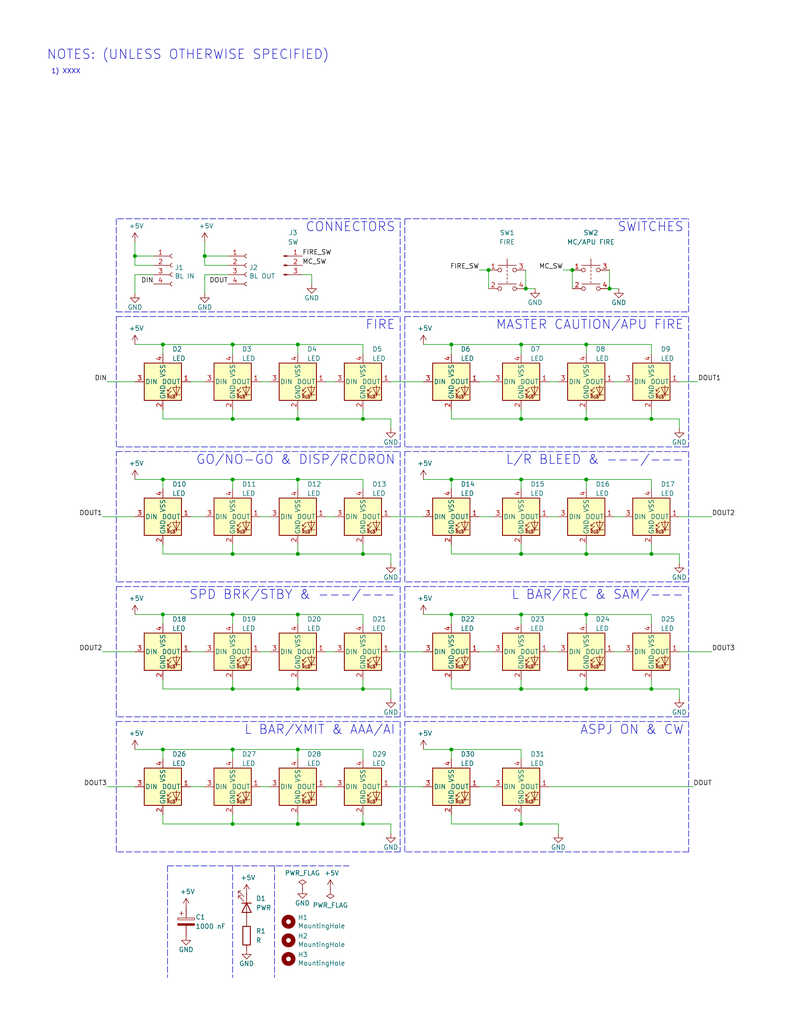
<source format=kicad_sch>
(kicad_sch (version 20211123) (generator eeschema)
  (paper "A" portrait)
  (lib_symbols
    (symbol "Connector:Conn_01x03_Male" (pin_names (offset 1.016) hide)
      (property "Reference" "J" (at 0 5.08 0))
      (property "Value" "Conn_01x03_Male" (at 0 -5.08 0))
      (symbol "Conn_01x03_Male_1_1"
        (polyline (pts (xy 1.27 -2.54) (xy 0.8636 -2.54)) (stroke (width 0.1524)))
        (polyline (pts (xy 1.27 0) (xy 0.8636 0)) (stroke (width 0.1524)))
        (polyline (pts (xy 1.27 2.54) (xy 0.8636 2.54)) (stroke (width 0.1524)))
        (rectangle (start 0.8636 -2.413) (end 0 -2.667) (stroke (width 0.1524)) (fill (type outline)))
        (rectangle (start 0.8636 0.127) (end 0 -0.127) (stroke (width 0.1524)) (fill (type outline)))
        (rectangle (start 0.8636 2.667) (end 0 2.413) (stroke (width 0.1524)) (fill (type outline)))
        (pin passive line (at 5.08 2.54 180) (length 3.81) (name "Pin_1") (number "1"))
        (pin passive line (at 5.08 0 180) (length 3.81) (name "Pin_2") (number "2"))
        (pin passive line (at 5.08 -2.54 180) (length 3.81) (name "Pin_3") (number "3"))
      )
    )
    (symbol "Connector:Conn_01x04_Female" (pin_names (offset 1.016) hide)
      (property "Reference" "J" (at 0 5.08 0))
      (property "Value" "Conn_01x04_Female" (at 0 -7.62 0))
      (symbol "Conn_01x04_Female_1_1"
        (arc (start 0 -4.572) (mid -0.508 -5.08) (end 0 -5.588) (stroke (width 0.1524)))
        (arc (start 0 -2.032) (mid -0.508 -2.54) (end 0 -3.048) (stroke (width 0.1524)))
        (polyline (pts (xy -1.27 -5.08) (xy -0.508 -5.08)) (stroke (width 0.1524)))
        (polyline (pts (xy -1.27 -2.54) (xy -0.508 -2.54)) (stroke (width 0.1524)))
        (polyline (pts (xy -1.27 0) (xy -0.508 0)) (stroke (width 0.1524)))
        (polyline (pts (xy -1.27 2.54) (xy -0.508 2.54)) (stroke (width 0.1524)))
        (arc (start 0 0.508) (mid -0.508 0) (end 0 -0.508) (stroke (width 0.1524)))
        (arc (start 0 3.048) (mid -0.508 2.54) (end 0 2.032) (stroke (width 0.1524)))
        (pin passive line (at -5.08 2.54 0) (length 3.81) (name "Pin_1") (number "1"))
        (pin passive line (at -5.08 0 0) (length 3.81) (name "Pin_2") (number "2"))
        (pin passive line (at -5.08 -2.54 0) (length 3.81) (name "Pin_3") (number "3"))
        (pin passive line (at -5.08 -5.08 0) (length 3.81) (name "Pin_4") (number "4"))
      )
    )
    (symbol "Device:LED" (pin_numbers hide) (pin_names (offset 1.016) hide)
      (property "Reference" "D" (at 0 2.54 0))
      (property "Value" "LED" (at 0 -2.54 0))
      (symbol "LED_0_1"
        (polyline (pts (xy -1.27 -1.27) (xy -1.27 1.27)) (stroke (width 0.254)))
        (polyline (pts (xy -1.27 0) (xy 1.27 0)))
        (polyline (pts (xy 1.27 -1.27) (xy 1.27 1.27) (xy -1.27 0) (xy 1.27 -1.27)) (stroke (width 0.254)))
        (polyline (pts (xy -3.048 -0.762) (xy -4.572 -2.286) (xy -3.81 -2.286) (xy -4.572 -2.286) (xy -4.572 -1.524)))
        (polyline (pts (xy -1.778 -0.762) (xy -3.302 -2.286) (xy -2.54 -2.286) (xy -3.302 -2.286) (xy -3.302 -1.524)))
      )
      (symbol "LED_1_1"
        (pin passive line (at -3.81 0 0) (length 2.54) (name "K") (number "1"))
        (pin passive line (at 3.81 0 180) (length 2.54) (name "A") (number "2"))
      )
    )
    (symbol "Device:R" (pin_numbers hide) (pin_names (offset 0))
      (property "Reference" "R" (at 2.032 0 90))
      (property "Value" "R" (at 0 0 90))
      (symbol "R_0_1"
        (rectangle (start -1.016 -2.54) (end 1.016 2.54) (stroke (width 0.254)))
      )
      (symbol "R_1_1"
        (pin passive line (at 0 3.81 270) (length 1.27) (name "~") (number "1"))
        (pin passive line (at 0 -3.81 90) (length 1.27) (name "~") (number "2"))
      )
    )
    (symbol "EYEBROW-WARNING-INDICATOR_LEFT-rescue:CP-Device-ewi_v3-rescue" (pin_numbers hide) (pin_names (offset 0.254))
      (property "Reference" "C" (at 0.635 2.54 0))
      (property "Value" "CP-Device-ewi_v3-rescue" (at 0.635 -2.54 0))
      (symbol "CP-Device-ewi_v3-rescue_0_1"
        (rectangle (start -2.286 0.508) (end 2.286 1.016))
        (polyline (pts (xy -1.778 2.286) (xy -0.762 2.286)))
        (polyline (pts (xy -1.27 2.794) (xy -1.27 1.778)))
        (rectangle (start 2.286 -0.508) (end -2.286 -1.016) (fill (type outline)))
      )
      (symbol "CP-Device-ewi_v3-rescue_1_1"
        (pin passive line (at 0 3.81 270) (length 2.794) (name "~") (number "1"))
        (pin passive line (at 0 -3.81 90) (length 2.794) (name "~") (number "2"))
      )
    )
    (symbol "EYEBROW-WARNING-INDICATOR_LEFT-rescue:Omron_B3F-1026-KiCadCustomLib" (pin_names (offset 1.016) hide)
      (property "Reference" "SW" (at 1.27 2.54 0))
      (property "Value" "Omron_B3F-1026-KiCadCustomLib" (at 0 -6.858 0))
      (symbol "Omron_B3F-1026-KiCadCustomLib_0_1"
        (circle (center -2.032 -5.08) (radius 0.508))
        (circle (center -2.032 0) (radius 0.508))
        (polyline (pts (xy 0 -3.048) (xy 0 -3.556)))
        (polyline (pts (xy 0 -2.032) (xy 0 -2.54)))
        (polyline (pts (xy 0 -1.524) (xy 0 -1.016)))
        (polyline (pts (xy 0 -0.508) (xy 0 0)))
        (polyline (pts (xy 0 0.508) (xy 0 1.016)))
        (polyline (pts (xy 0 1.27) (xy 0 3.048)))
        (polyline (pts (xy 2.54 -3.81) (xy -2.54 -3.81)))
        (polyline (pts (xy 2.54 1.27) (xy -2.54 1.27)))
        (circle (center 2.032 -5.08) (radius 0.508))
        (circle (center 2.032 0) (radius 0.508))
        (pin passive line (at -5.08 0 0) (length 2.54) (name "1") (number "1"))
        (pin passive line (at -5.08 -5.08 0) (length 2.54) (name "2") (number "2"))
        (pin passive line (at 5.08 0 180) (length 2.54) (name "3") (number "3"))
        (pin passive line (at 5.08 -5.08 180) (length 2.54) (name "4") (number "4"))
      )
    )
    (symbol "EYEBROW-WARNING-INDICATOR_LEFT-rescue:WS2812B-2020-KiCadCustomLib" (pin_names (offset 0.254))
      (property "Reference" "D" (at 5.08 5.715 0))
      (property "Value" "WS2812B-2020-KiCadCustomLib" (at 1.27 -5.715 0))
      (symbol "WS2812B-2020-KiCadCustomLib_0_0"
        (text "RGB" (at 2.286 -4.191 0) (effects (font (size 0.762 0.762))))
      )
      (symbol "WS2812B-2020-KiCadCustomLib_0_1"
        (polyline (pts (xy 1.27 -3.556) (xy 1.778 -3.556)))
        (polyline (pts (xy 1.27 -2.54) (xy 1.778 -2.54)))
        (polyline (pts (xy 4.699 -3.556) (xy 2.667 -3.556)))
        (polyline (pts (xy 2.286 -2.54) (xy 1.27 -3.556) (xy 1.27 -3.048)))
        (polyline (pts (xy 2.286 -1.524) (xy 1.27 -2.54) (xy 1.27 -2.032)))
        (polyline (pts (xy 3.683 -1.016) (xy 3.683 -3.556) (xy 3.683 -4.064)))
        (polyline (pts (xy 4.699 -1.524) (xy 2.667 -1.524) (xy 3.683 -3.556) (xy 4.699 -1.524)))
        (rectangle (start 5.08 5.08) (end -5.08 -5.08) (stroke (width 0.254)) (fill (type background)))
      )
      (symbol "WS2812B-2020-KiCadCustomLib_1_1"
        (pin output line (at 7.62 0 180) (length 2.54) (name "DOUT") (number "1"))
        (pin power_in line (at 0 -7.62 90) (length 2.54) (name "GND") (number "2"))
        (pin input line (at -7.62 0 0) (length 2.54) (name "DIN") (number "3"))
        (pin power_in line (at 0 7.62 270) (length 2.54) (name "VSS") (number "4"))
      )
    )
    (symbol "Mechanical:MountingHole" (pin_names (offset 1.016))
      (property "Reference" "H" (at 0 5.08 0))
      (property "Value" "MountingHole" (at 0 3.175 0))
      (symbol "MountingHole_0_1"
        (circle (center 0 0) (radius 1.27) (stroke (width 1.27)))
      )
    )
    (symbol "power:+5V" (power) (pin_names (offset 0))
      (property "Value" "+5V" (at 0 3.556 0))
      (symbol "+5V_0_1"
        (polyline (pts (xy -0.762 1.27) (xy 0 2.54)))
        (polyline (pts (xy 0 0) (xy 0 2.54)))
        (polyline (pts (xy 0 2.54) (xy 0.762 1.27)))
      )
      (symbol "+5V_1_1"
        (pin power_in line (at 0 0 90) (length 0) hide (name "+5V") (number "1"))
      )
    )
    (symbol "power:GND" (power) (pin_names (offset 0))
      (property "Value" "GND" (at 0 -3.81 0))
      (symbol "GND_0_1"
        (polyline (pts (xy 0 0) (xy 0 -1.27) (xy 1.27 -1.27) (xy 0 -2.54) (xy -1.27 -1.27) (xy 0 -1.27)))
      )
      (symbol "GND_1_1"
        (pin power_in line (at 0 0 270) (length 0) hide (name "GND") (number "1"))
      )
    )
    (symbol "power:PWR_FLAG" (power) (pin_numbers hide) (pin_names (offset 0) hide)
      (property "Value" "PWR_FLAG" (at 0 3.81 0))
      (symbol "PWR_FLAG_0_0"
        (pin power_out line (at 0 0 90) (length 0) (name "pwr") (number "1"))
      )
      (symbol "PWR_FLAG_0_1"
        (polyline (pts (xy 0 0) (xy 0 1.27) (xy -1.016 1.905) (xy 0 2.54) (xy 1.016 1.905) (xy 0 1.27)))
      )
    )
  )
  (junction (at 81.28 93.98))
  (junction (at 99.06 224.79))
  (junction (at 81.28 167.64))
  (junction (at 142.24 224.79))
  (junction (at 160.02 151.13))
  (junction (at 133.35 73.66))
  (junction (at 160.02 93.98))
  (junction (at 123.19 130.81))
  (junction (at 123.19 204.47))
  (junction (at 177.8 187.96))
  (junction (at 63.5 130.81))
  (junction (at 160.02 114.3))
  (junction (at 44.45 93.98))
  (junction (at 142.24 93.98))
  (junction (at 99.06 114.3))
  (junction (at 142.24 167.64))
  (junction (at 160.02 167.64))
  (junction (at 63.5 114.3))
  (junction (at 44.45 130.81))
  (junction (at 81.28 204.47))
  (junction (at 63.5 151.13))
  (junction (at 81.28 151.13))
  (junction (at 142.24 151.13))
  (junction (at 166.37 78.74))
  (junction (at 142.24 114.3))
  (junction (at 142.24 130.81))
  (junction (at 36.83 69.85))
  (junction (at 81.28 187.96))
  (junction (at 63.5 204.47))
  (junction (at 44.45 204.47))
  (junction (at 99.06 187.96))
  (junction (at 143.51 78.74))
  (junction (at 160.02 130.81))
  (junction (at 99.06 151.13))
  (junction (at 63.5 187.96))
  (junction (at 63.5 167.64))
  (junction (at 81.28 130.81))
  (junction (at 177.8 114.3))
  (junction (at 44.45 167.64))
  (junction (at 55.88 69.85))
  (junction (at 63.5 224.79))
  (junction (at 142.24 187.96))
  (junction (at 63.5 93.98))
  (junction (at 81.28 114.3))
  (junction (at 156.21 73.66))
  (junction (at 160.02 187.96))
  (junction (at 81.28 224.79))
  (junction (at 123.19 167.64))
  (junction (at 123.19 93.98))
  (junction (at 177.8 151.13))
  (wire (pts (xy 142.24 185.42) (xy 142.24 187.96)))
  (wire (pts (xy 63.5 114.3) (xy 81.28 114.3)))
  (wire (pts (xy 156.21 73.66) (xy 156.21 78.74)))
  (polyline (pts (xy 187.96 195.58) (xy 110.49 195.58)))
  (wire (pts (xy 44.45 222.25) (xy 44.45 224.79)))
  (polyline (pts (xy 110.49 85.09) (xy 187.96 85.09)))
  (wire (pts (xy 177.8 187.96) (xy 185.42 187.96)))
  (wire (pts (xy 27.94 140.97) (xy 36.83 140.97)))
  (wire (pts (xy 123.19 187.96) (xy 142.24 187.96)))
  (wire (pts (xy 81.28 133.35) (xy 81.28 130.81)))
  (wire (pts (xy 160.02 170.18) (xy 160.02 167.64)))
  (wire (pts (xy 177.8 170.18) (xy 177.8 167.64)))
  (wire (pts (xy 123.19 204.47) (xy 142.24 204.47)))
  (wire (pts (xy 160.02 133.35) (xy 160.02 130.81)))
  (polyline (pts (xy 110.49 232.41) (xy 110.49 196.85)))
  (wire (pts (xy 36.83 69.85) (xy 36.83 66.04)))
  (wire (pts (xy 63.5 93.98) (xy 81.28 93.98)))
  (wire (pts (xy 44.45 204.47) (xy 63.5 204.47)))
  (polyline (pts (xy 31.75 59.69) (xy 31.75 85.09)))
  (polyline (pts (xy 110.49 59.69) (xy 110.49 85.09)))
  (wire (pts (xy 63.5 148.59) (xy 63.5 151.13)))
  (wire (pts (xy 81.28 111.76) (xy 81.28 114.3)))
  (wire (pts (xy 81.28 170.18) (xy 81.28 167.64)))
  (wire (pts (xy 44.45 170.18) (xy 44.45 167.64)))
  (wire (pts (xy 99.06 114.3) (xy 106.68 114.3)))
  (wire (pts (xy 123.19 96.52) (xy 123.19 93.98)))
  (wire (pts (xy 55.88 69.85) (xy 55.88 66.04)))
  (wire (pts (xy 146.05 78.74) (xy 143.51 78.74)))
  (wire (pts (xy 168.91 78.74) (xy 166.37 78.74)))
  (wire (pts (xy 177.8 96.52) (xy 177.8 93.98)))
  (polyline (pts (xy 109.22 158.75) (xy 31.75 158.75)))
  (wire (pts (xy 123.19 207.01) (xy 123.19 204.47)))
  (wire (pts (xy 185.42 104.14) (xy 190.5 104.14)))
  (wire (pts (xy 123.19 93.98) (xy 142.24 93.98)))
  (polyline (pts (xy 109.22 232.41) (xy 31.75 232.41)))
  (wire (pts (xy 44.45 224.79) (xy 63.5 224.79)))
  (polyline (pts (xy 110.49 195.58) (xy 110.49 160.02)))
  (wire (pts (xy 115.57 167.64) (xy 123.19 167.64)))
  (wire (pts (xy 115.57 130.81) (xy 123.19 130.81)))
  (polyline (pts (xy 31.75 195.58) (xy 31.75 160.02)))
  (polyline (pts (xy 110.49 123.19) (xy 187.96 123.19)))
  (polyline (pts (xy 187.96 86.36) (xy 187.96 121.92)))
  (wire (pts (xy 166.37 73.66) (xy 166.37 78.74)))
  (wire (pts (xy 63.5 185.42) (xy 63.5 187.96)))
  (wire (pts (xy 99.06 185.42) (xy 99.06 187.96)))
  (wire (pts (xy 149.86 104.14) (xy 152.4 104.14)))
  (wire (pts (xy 55.88 80.01) (xy 55.88 74.93)))
  (wire (pts (xy 115.57 93.98) (xy 123.19 93.98)))
  (wire (pts (xy 160.02 187.96) (xy 177.8 187.96)))
  (wire (pts (xy 99.06 187.96) (xy 106.68 187.96)))
  (polyline (pts (xy 187.96 85.09) (xy 187.96 59.69)))
  (wire (pts (xy 44.45 148.59) (xy 44.45 151.13)))
  (wire (pts (xy 81.28 114.3) (xy 99.06 114.3)))
  (wire (pts (xy 142.24 96.52) (xy 142.24 93.98)))
  (wire (pts (xy 149.86 140.97) (xy 152.4 140.97)))
  (wire (pts (xy 142.24 93.98) (xy 160.02 93.98)))
  (wire (pts (xy 44.45 96.52) (xy 44.45 93.98)))
  (wire (pts (xy 149.86 214.63) (xy 189.23 214.63)))
  (wire (pts (xy 63.5 96.52) (xy 63.5 93.98)))
  (wire (pts (xy 44.45 111.76) (xy 44.45 114.3)))
  (wire (pts (xy 142.24 207.01) (xy 142.24 204.47)))
  (polyline (pts (xy 31.75 121.92) (xy 31.75 86.36)))
  (polyline (pts (xy 110.49 59.69) (xy 187.96 59.69)))
  (wire (pts (xy 177.8 114.3) (xy 185.42 114.3)))
  (wire (pts (xy 63.5 224.79) (xy 81.28 224.79)))
  (wire (pts (xy 44.45 167.64) (xy 63.5 167.64)))
  (wire (pts (xy 194.31 140.97) (xy 185.42 140.97)))
  (polyline (pts (xy 187.96 196.85) (xy 187.96 232.41)))
  (wire (pts (xy 63.5 167.64) (xy 81.28 167.64)))
  (wire (pts (xy 52.07 214.63) (xy 55.88 214.63)))
  (wire (pts (xy 63.5 222.25) (xy 63.5 224.79)))
  (polyline (pts (xy 110.49 196.85) (xy 187.96 196.85)))
  (wire (pts (xy 177.8 148.59) (xy 177.8 151.13)))
  (wire (pts (xy 160.02 167.64) (xy 177.8 167.64)))
  (wire (pts (xy 143.51 73.66) (xy 143.51 78.74)))
  (wire (pts (xy 130.81 140.97) (xy 134.62 140.97)))
  (wire (pts (xy 88.9 214.63) (xy 91.44 214.63)))
  (wire (pts (xy 142.24 187.96) (xy 160.02 187.96)))
  (polyline (pts (xy 187.96 160.02) (xy 187.96 195.58)))
  (wire (pts (xy 160.02 114.3) (xy 177.8 114.3)))
  (polyline (pts (xy 31.75 123.19) (xy 109.22 123.19)))
  (wire (pts (xy 44.45 130.81) (xy 63.5 130.81)))
  (wire (pts (xy 123.19 133.35) (xy 123.19 130.81)))
  (wire (pts (xy 99.06 148.59) (xy 99.06 151.13)))
  (polyline (pts (xy 63.5 236.22) (xy 63.5 266.7)))
  (wire (pts (xy 160.02 96.52) (xy 160.02 93.98)))
  (wire (pts (xy 36.83 93.98) (xy 44.45 93.98)))
  (polyline (pts (xy 187.96 123.19) (xy 187.96 158.75)))
  (wire (pts (xy 177.8 111.76) (xy 177.8 114.3)))
  (wire (pts (xy 115.57 204.47) (xy 123.19 204.47)))
  (wire (pts (xy 36.83 177.8) (xy 27.94 177.8)))
  (wire (pts (xy 55.88 69.85) (xy 62.23 69.85)))
  (wire (pts (xy 160.02 111.76) (xy 160.02 114.3)))
  (wire (pts (xy 130.81 214.63) (xy 134.62 214.63)))
  (wire (pts (xy 81.28 93.98) (xy 99.06 93.98)))
  (polyline (pts (xy 110.49 160.02) (xy 187.96 160.02)))
  (polyline (pts (xy 109.22 195.58) (xy 31.75 195.58)))
  (wire (pts (xy 36.83 74.93) (xy 41.91 74.93)))
  (wire (pts (xy 44.45 187.96) (xy 63.5 187.96)))
  (wire (pts (xy 52.07 140.97) (xy 55.88 140.97)))
  (wire (pts (xy 85.09 74.93) (xy 85.09 77.47)))
  (wire (pts (xy 133.35 73.66) (xy 133.35 78.74)))
  (wire (pts (xy 63.5 187.96) (xy 81.28 187.96)))
  (polyline (pts (xy 31.75 232.41) (xy 31.75 196.85)))
  (wire (pts (xy 142.24 151.13) (xy 160.02 151.13)))
  (wire (pts (xy 63.5 204.47) (xy 81.28 204.47)))
  (wire (pts (xy 55.88 74.93) (xy 62.23 74.93)))
  (wire (pts (xy 99.06 96.52) (xy 99.06 93.98)))
  (wire (pts (xy 142.24 133.35) (xy 142.24 130.81)))
  (wire (pts (xy 44.45 133.35) (xy 44.45 130.81)))
  (wire (pts (xy 36.83 80.01) (xy 36.83 74.93)))
  (wire (pts (xy 52.07 177.8) (xy 55.88 177.8)))
  (wire (pts (xy 63.5 151.13) (xy 81.28 151.13)))
  (polyline (pts (xy 74.93 236.22) (xy 74.93 266.7)))
  (wire (pts (xy 52.07 104.14) (xy 55.88 104.14)))
  (wire (pts (xy 123.19 167.64) (xy 142.24 167.64)))
  (wire (pts (xy 55.88 72.39) (xy 55.88 69.85)))
  (wire (pts (xy 142.24 148.59) (xy 142.24 151.13)))
  (wire (pts (xy 167.64 177.8) (xy 170.18 177.8)))
  (wire (pts (xy 160.02 185.42) (xy 160.02 187.96)))
  (wire (pts (xy 123.19 148.59) (xy 123.19 151.13)))
  (wire (pts (xy 123.19 111.76) (xy 123.19 114.3)))
  (wire (pts (xy 185.42 116.84) (xy 185.42 114.3)))
  (polyline (pts (xy 109.22 123.19) (xy 109.22 158.75)))
  (wire (pts (xy 106.68 227.33) (xy 106.68 224.79)))
  (wire (pts (xy 36.83 167.64) (xy 44.45 167.64)))
  (wire (pts (xy 36.83 72.39) (xy 36.83 69.85)))
  (wire (pts (xy 142.24 167.64) (xy 160.02 167.64)))
  (wire (pts (xy 81.28 151.13) (xy 99.06 151.13)))
  (wire (pts (xy 63.5 207.01) (xy 63.5 204.47)))
  (polyline (pts (xy 45.72 236.22) (xy 95.25 236.22)))
  (wire (pts (xy 99.06 111.76) (xy 99.06 114.3)))
  (wire (pts (xy 63.5 111.76) (xy 63.5 114.3)))
  (wire (pts (xy 36.83 130.81) (xy 44.45 130.81)))
  (wire (pts (xy 115.57 140.97) (xy 106.68 140.97)))
  (wire (pts (xy 177.8 185.42) (xy 177.8 187.96)))
  (polyline (pts (xy 110.49 158.75) (xy 110.49 123.19)))
  (wire (pts (xy 123.19 114.3) (xy 142.24 114.3)))
  (wire (pts (xy 142.24 130.81) (xy 160.02 130.81)))
  (wire (pts (xy 130.81 73.66) (xy 133.35 73.66)))
  (wire (pts (xy 177.8 151.13) (xy 185.42 151.13)))
  (wire (pts (xy 99.06 222.25) (xy 99.06 224.79)))
  (wire (pts (xy 88.9 140.97) (xy 91.44 140.97)))
  (wire (pts (xy 44.45 151.13) (xy 63.5 151.13)))
  (wire (pts (xy 142.24 222.25) (xy 142.24 224.79)))
  (wire (pts (xy 81.28 185.42) (xy 81.28 187.96)))
  (wire (pts (xy 81.28 96.52) (xy 81.28 93.98)))
  (wire (pts (xy 160.02 130.81) (xy 177.8 130.81)))
  (wire (pts (xy 149.86 177.8) (xy 152.4 177.8)))
  (wire (pts (xy 142.24 224.79) (xy 152.4 224.79)))
  (wire (pts (xy 130.81 104.14) (xy 134.62 104.14)))
  (wire (pts (xy 99.06 133.35) (xy 99.06 130.81)))
  (wire (pts (xy 177.8 133.35) (xy 177.8 130.81)))
  (wire (pts (xy 185.42 153.67) (xy 185.42 151.13)))
  (wire (pts (xy 115.57 104.14) (xy 106.68 104.14)))
  (polyline (pts (xy 187.96 232.41) (xy 110.49 232.41)))
  (wire (pts (xy 99.06 224.79) (xy 106.68 224.79)))
  (wire (pts (xy 41.91 72.39) (xy 36.83 72.39)))
  (wire (pts (xy 88.9 177.8) (xy 91.44 177.8)))
  (wire (pts (xy 44.45 114.3) (xy 63.5 114.3)))
  (wire (pts (xy 44.45 93.98) (xy 63.5 93.98)))
  (polyline (pts (xy 45.72 236.22) (xy 45.72 266.7)))
  (wire (pts (xy 99.06 170.18) (xy 99.06 167.64)))
  (wire (pts (xy 99.06 207.01) (xy 99.06 204.47)))
  (wire (pts (xy 142.24 111.76) (xy 142.24 114.3)))
  (wire (pts (xy 167.64 104.14) (xy 170.18 104.14)))
  (wire (pts (xy 160.02 151.13) (xy 177.8 151.13)))
  (wire (pts (xy 36.83 204.47) (xy 44.45 204.47)))
  (wire (pts (xy 106.68 116.84) (xy 106.68 114.3)))
  (polyline (pts (xy 109.22 59.69) (xy 31.75 59.69)))
  (polyline (pts (xy 187.96 158.75) (xy 110.49 158.75)))
  (wire (pts (xy 106.68 177.8) (xy 115.57 177.8)))
  (wire (pts (xy 71.12 104.14) (xy 73.66 104.14)))
  (wire (pts (xy 81.28 224.79) (xy 99.06 224.79)))
  (polyline (pts (xy 31.75 196.85) (xy 109.22 196.85)))
  (wire (pts (xy 71.12 140.97) (xy 73.66 140.97)))
  (wire (pts (xy 29.21 104.14) (xy 36.83 104.14)))
  (polyline (pts (xy 110.49 86.36) (xy 187.96 86.36)))
  (wire (pts (xy 123.19 224.79) (xy 142.24 224.79)))
  (wire (pts (xy 81.28 167.64) (xy 99.06 167.64)))
  (wire (pts (xy 153.67 73.66) (xy 156.21 73.66)))
  (wire (pts (xy 142.24 114.3) (xy 160.02 114.3)))
  (wire (pts (xy 130.81 177.8) (xy 134.62 177.8)))
  (wire (pts (xy 152.4 224.79) (xy 152.4 227.33)))
  (polyline (pts (xy 109.22 86.36) (xy 109.22 121.92)))
  (polyline (pts (xy 109.22 160.02) (xy 109.22 195.58)))
  (wire (pts (xy 55.88 72.39) (xy 62.23 72.39)))
  (wire (pts (xy 81.28 204.47) (xy 99.06 204.47)))
  (wire (pts (xy 99.06 151.13) (xy 106.68 151.13)))
  (wire (pts (xy 167.64 140.97) (xy 170.18 140.97)))
  (wire (pts (xy 160.02 93.98) (xy 177.8 93.98)))
  (wire (pts (xy 63.5 133.35) (xy 63.5 130.81)))
  (wire (pts (xy 123.19 222.25) (xy 123.19 224.79)))
  (wire (pts (xy 71.12 214.63) (xy 73.66 214.63)))
  (wire (pts (xy 63.5 130.81) (xy 81.28 130.81)))
  (polyline (pts (xy 109.22 85.09) (xy 109.22 59.69)))
  (wire (pts (xy 63.5 170.18) (xy 63.5 167.64)))
  (wire (pts (xy 71.12 177.8) (xy 73.66 177.8)))
  (wire (pts (xy 81.28 148.59) (xy 81.28 151.13)))
  (polyline (pts (xy 110.49 121.92) (xy 110.49 86.36)))
  (wire (pts (xy 44.45 185.42) (xy 44.45 187.96)))
  (wire (pts (xy 185.42 190.5) (xy 185.42 187.96)))
  (wire (pts (xy 81.28 222.25) (xy 81.28 224.79)))
  (wire (pts (xy 82.55 74.93) (xy 85.09 74.93)))
  (wire (pts (xy 41.91 69.85) (xy 36.83 69.85)))
  (wire (pts (xy 123.19 130.81) (xy 142.24 130.81)))
  (wire (pts (xy 194.31 177.8) (xy 185.42 177.8)))
  (polyline (pts (xy 31.75 85.09) (xy 109.22 85.09)))
  (polyline (pts (xy 187.96 121.92) (xy 110.49 121.92)))
  (wire (pts (xy 106.68 153.67) (xy 106.68 151.13)))
  (wire (pts (xy 44.45 207.01) (xy 44.45 204.47)))
  (wire (pts (xy 81.28 130.81) (xy 99.06 130.81)))
  (polyline (pts (xy 109.22 196.85) (xy 109.22 232.41)))
  (polyline (pts (xy 31.75 158.75) (xy 31.75 123.19)))
  (wire (pts (xy 142.24 170.18) (xy 142.24 167.64)))
  (wire (pts (xy 160.02 148.59) (xy 160.02 151.13)))
  (polyline (pts (xy 109.22 121.92) (xy 31.75 121.92)))
  (wire (pts (xy 123.19 185.42) (xy 123.19 187.96)))
  (polyline (pts (xy 31.75 160.02) (xy 109.22 160.02)))
  (wire (pts (xy 81.28 207.01) (xy 81.28 204.47)))
  (wire (pts (xy 81.28 187.96) (xy 99.06 187.96)))
  (wire (pts (xy 88.9 104.14) (xy 91.44 104.14)))
  (wire (pts (xy 123.19 170.18) (xy 123.19 167.64)))
  (wire (pts (xy 106.68 190.5) (xy 106.68 187.96)))
  (wire (pts (xy 29.21 214.63) (xy 36.83 214.63)))
  (polyline (pts (xy 31.75 86.36) (xy 109.22 86.36)))
  (wire (pts (xy 106.68 214.63) (xy 115.57 214.63)))
  (wire (pts (xy 123.19 151.13) (xy 142.24 151.13)))
  (text "L BAR/XMIT & AAA/AI" (at 107.95 200.66 180) (effects (font (size 2.4892 2.4892)) (justify right bottom)))
  (text "MASTER CAUTION/APU FIRE" (at 186.69 90.17 180) (effects (font (size 2.4892 2.4892)) (justify right bottom)))
  (text "NOTES: (UNLESS OTHERWISE SPECIFIED)" (at 12.7 16.51 0) (effects (font (size 2.54 2.54)) (justify left bottom)))
  (text "ASPJ ON & CW" (at 186.69 200.66 180) (effects (font (size 2.4892 2.4892)) (justify right bottom)))
  (text "CONNECTORS" (at 107.95 63.5 180) (effects (font (size 2.4892 2.4892)) (justify right bottom)))
  (text "SPD BRK/STBY & ---/---" (at 107.95 163.83 180) (effects (font (size 2.4892 2.4892)) (justify right bottom)))
  (text "L/R BLEED & ---/---" (at 186.69 127 180) (effects (font (size 2.4892 2.4892)) (justify right bottom)))
  (text "FIRE" (at 107.95 90.17 180) (effects (font (size 2.4892 2.4892)) (justify right bottom)))
  (text "GO/NO-GO & DISP/RCDRON" (at 107.95 127 180) (effects (font (size 2.4892 2.4892)) (justify right bottom)))
  (text "1) XXXX" (at 13.97 20.32 0) (effects (font (size 1.27 1.27)) (justify left bottom)))
  (text "L BAR/REC & SAM/---" (at 186.69 163.83 180) (effects (font (size 2.4892 2.4892)) (justify right bottom)))
  (text "SWITCHES" (at 186.69 63.5 180) (effects (font (size 2.4892 2.4892)) (justify right bottom)))
  (label "FIRE_SW" (at 82.55 69.85 0))
  (label "DOUT" (at 189.23 214.63 0))
  (label "DOUT3" (at 29.21 214.63 180))
  (label "DOUT3" (at 194.31 177.8 0))
  (label "FIRE_SW" (at 130.81 73.66 180))
  (label "DIN" (at 41.91 77.47 180))
  (label "DIN" (at 29.21 104.14 180))
  (label "MC_SW" (at 82.55 72.39 0))
  (label "DOUT2" (at 194.31 140.97 0))
  (label "MC_SW" (at 153.67 73.66 180))
  (label "DOUT1" (at 190.5 104.14 0))
  (label "DOUT1" (at 27.94 140.97 180))
  (label "DOUT" (at 62.23 77.47 180))
  (label "DOUT2" (at 27.94 177.8 180))
  (symbol (lib_id "Connector:Conn_01x04_Female") (at 46.99 72.39 0) (unit 1)
    (property "Reference" "J1" (at 47.7012 72.9996 0) (effects (justify left)))
    (property "Value" "BL IN" (at 47.7012 75.311 0) (effects (justify left)))
    (property "Footprint" "Connector_Molex:Molex_Mini-Fit_Jr_5566-04A_2x02_P4.20mm_Vertical" (effects hide))
  )
  (symbol (lib_id "Connector:Conn_01x04_Female") (at 67.31 72.39 0) (unit 1)
    (property "Reference" "J2" (at 68.0212 72.9996 0) (effects (justify left)))
    (property "Value" "BL OUT" (at 68.0212 75.311 0) (effects (justify left)))
    (property "Footprint" "Connector_Molex:Molex_Mini-Fit_Jr_5566-04A_2x02_P4.20mm_Vertical" (effects hide))
  )
  (symbol (lib_id "EYEBROW-WARNING-INDICATOR_LEFT-rescue:CP-Device-ewi_v3-rescue") (at 50.8 251.46 0) (unit 1)
    (property "Reference" "C1" (at 53.34 250.19 0) (effects (justify left)))
    (property "Value" "1000 nF" (at 53.34 252.73 0) (effects (justify left)))
    (property "Footprint" "Capacitor_SMD:CP_Elec_8x10" (effects hide))
    (property "Datasheet" "https://datasheet.lcsc.com/lcsc/1809291334_Lelon-VEJ102M0JTR-0810_C134755.pdf" (effects hide))
    (property "LCSC " "C134755" (effects hide))
  )
  (symbol (lib_id "power:GND") (at 146.05 78.74 0) (unit 1)
    (property "Reference" "#PWR02" (effects hide))
    (property "Value" "GND" (at 146.05 82.55 0))
  )
  (symbol (lib_id "power:PWR_FLAG") (at 82.55 242.57 0) (unit 1)
    (property "Reference" "#FLG0101" (effects hide))
    (property "Value" "PWR_FLAG" (at 82.55 238.1758 0))
  )
  (symbol (lib_id "power:GND") (at 82.55 242.57 0) (unit 1)
    (property "Reference" "#PWR0101" (effects hide))
    (property "Value" "GND" (at 82.55 246.38 0))
  )
  (symbol (lib_id "power:GND") (at 168.91 78.74 0) (unit 1)
    (property "Reference" "#PWR04" (effects hide))
    (property "Value" "GND" (at 168.91 82.55 0))
  )
  (symbol (lib_id "EYEBROW-WARNING-INDICATOR_LEFT-rescue:WS2812B-2020-KiCadCustomLib") (at 44.45 104.14 0) (unit 1)
    (property "Reference" "D2" (at 46.99 95.25 0) (effects (justify left)))
    (property "Value" "LED" (at 46.99 97.79 0) (effects (justify left)))
    (property "Footprint" "Openhornet:WS2812-2020" (effects hide))
    (property "Datasheet" "https://www.mouser.com/pdfDocs/WS2812B-2020_V10_EN_181106150240761.pdf" (effects hide))
    (property "LCSC" "C965555" (effects hide))
  )
  (symbol (lib_id "EYEBROW-WARNING-INDICATOR_LEFT-rescue:WS2812B-2020-KiCadCustomLib") (at 63.5 104.14 0) (unit 1)
    (property "Reference" "D3" (at 66.04 95.25 0) (effects (justify left)))
    (property "Value" "LED" (at 66.04 97.79 0) (effects (justify left)))
    (property "Footprint" "Openhornet:WS2812-2020" (effects hide))
    (property "Datasheet" "https://www.mouser.com/pdfDocs/WS2812B-2020_V10_EN_181106150240761.pdf" (effects hide))
    (property "LCSC" "C965555" (effects hide))
  )
  (symbol (lib_id "EYEBROW-WARNING-INDICATOR_LEFT-rescue:WS2812B-2020-KiCadCustomLib") (at 81.28 104.14 0) (unit 1)
    (property "Reference" "D4" (at 83.82 95.25 0) (effects (justify left)))
    (property "Value" "LED" (at 83.82 97.79 0) (effects (justify left)))
    (property "Footprint" "Openhornet:WS2812-2020" (effects hide))
    (property "Datasheet" "https://www.mouser.com/pdfDocs/WS2812B-2020_V10_EN_181106150240761.pdf" (effects hide))
    (property "LCSC" "C965555" (effects hide))
  )
  (symbol (lib_id "EYEBROW-WARNING-INDICATOR_LEFT-rescue:WS2812B-2020-KiCadCustomLib") (at 99.06 104.14 0) (unit 1)
    (property "Reference" "D5" (at 101.6 95.25 0) (effects (justify left)))
    (property "Value" "LED" (at 101.6 97.79 0) (effects (justify left)))
    (property "Footprint" "Openhornet:WS2812-2020" (effects hide))
    (property "Datasheet" "https://www.mouser.com/pdfDocs/WS2812B-2020_V10_EN_181106150240761.pdf" (effects hide))
    (property "LCSC" "C965555" (effects hide))
  )
  (symbol (lib_id "power:GND") (at 106.68 116.84 0) (unit 1)
    (property "Reference" "#PWR010" (effects hide))
    (property "Value" "GND" (at 106.68 120.65 0))
  )
  (symbol (lib_id "power:PWR_FLAG") (at 90.17 242.57 180) (unit 1)
    (property "Reference" "#FLG01" (effects hide))
    (property "Value" "PWR_FLAG" (at 90.17 246.9642 0))
  )
  (symbol (lib_id "power:+5V") (at 90.17 242.57 0) (unit 1)
    (property "Reference" "#PWR024" (effects hide))
    (property "Value" "+5V" (at 90.551 238.1758 0))
  )
  (symbol (lib_id "power:+5V") (at 36.83 93.98 0) (unit 1)
    (property "Reference" "#PWR08" (effects hide))
    (property "Value" "+5V" (at 37.211 89.5858 0))
  )
  (symbol (lib_id "EYEBROW-WARNING-INDICATOR_LEFT-rescue:WS2812B-2020-KiCadCustomLib") (at 123.19 104.14 0) (unit 1)
    (property "Reference" "D6" (at 125.73 95.25 0) (effects (justify left)))
    (property "Value" "LED" (at 125.73 97.79 0) (effects (justify left)))
    (property "Footprint" "Openhornet:WS2812-2020" (effects hide))
    (property "Datasheet" "https://www.mouser.com/pdfDocs/WS2812B-2020_V10_EN_181106150240761.pdf" (effects hide))
    (property "LCSC" "C965555" (effects hide))
  )
  (symbol (lib_id "EYEBROW-WARNING-INDICATOR_LEFT-rescue:WS2812B-2020-KiCadCustomLib") (at 142.24 104.14 0) (unit 1)
    (property "Reference" "D7" (at 144.78 95.25 0) (effects (justify left)))
    (property "Value" "LED" (at 144.78 97.79 0) (effects (justify left)))
    (property "Footprint" "Openhornet:WS2812-2020" (effects hide))
    (property "Datasheet" "https://www.mouser.com/pdfDocs/WS2812B-2020_V10_EN_181106150240761.pdf" (effects hide))
    (property "LCSC" "C965555" (effects hide))
  )
  (symbol (lib_id "EYEBROW-WARNING-INDICATOR_LEFT-rescue:WS2812B-2020-KiCadCustomLib") (at 160.02 104.14 0) (unit 1)
    (property "Reference" "D8" (at 162.56 95.25 0) (effects (justify left)))
    (property "Value" "LED" (at 162.56 97.79 0) (effects (justify left)))
    (property "Footprint" "Openhornet:WS2812-2020" (effects hide))
    (property "Datasheet" "https://www.mouser.com/pdfDocs/WS2812B-2020_V10_EN_181106150240761.pdf" (effects hide))
    (property "LCSC" "C965555" (effects hide))
  )
  (symbol (lib_id "EYEBROW-WARNING-INDICATOR_LEFT-rescue:WS2812B-2020-KiCadCustomLib") (at 177.8 104.14 0) (unit 1)
    (property "Reference" "D9" (at 180.34 95.25 0) (effects (justify left)))
    (property "Value" "LED" (at 180.34 97.79 0) (effects (justify left)))
    (property "Footprint" "Openhornet:WS2812-2020" (effects hide))
    (property "Datasheet" "https://www.mouser.com/pdfDocs/WS2812B-2020_V10_EN_181106150240761.pdf" (effects hide))
    (property "LCSC" "C965555" (effects hide))
  )
  (symbol (lib_id "power:GND") (at 185.42 116.84 0) (unit 1)
    (property "Reference" "#PWR011" (effects hide))
    (property "Value" "GND" (at 185.42 120.65 0))
  )
  (symbol (lib_id "power:+5V") (at 115.57 93.98 0) (unit 1)
    (property "Reference" "#PWR09" (effects hide))
    (property "Value" "+5V" (at 115.951 89.5858 0))
  )
  (symbol (lib_id "EYEBROW-WARNING-INDICATOR_LEFT-rescue:WS2812B-2020-KiCadCustomLib") (at 44.45 140.97 0) (unit 1)
    (property "Reference" "D10" (at 46.99 132.08 0) (effects (justify left)))
    (property "Value" "LED" (at 46.99 134.62 0) (effects (justify left)))
    (property "Footprint" "Openhornet:WS2812-2020" (effects hide))
    (property "Datasheet" "https://www.mouser.com/pdfDocs/WS2812B-2020_V10_EN_181106150240761.pdf" (effects hide))
    (property "LCSC" "C965555" (effects hide))
  )
  (symbol (lib_id "EYEBROW-WARNING-INDICATOR_LEFT-rescue:WS2812B-2020-KiCadCustomLib") (at 63.5 140.97 0) (unit 1)
    (property "Reference" "D11" (at 66.04 132.08 0) (effects (justify left)))
    (property "Value" "LED" (at 66.04 134.62 0) (effects (justify left)))
    (property "Footprint" "Openhornet:WS2812-2020" (effects hide))
    (property "Datasheet" "https://www.mouser.com/pdfDocs/WS2812B-2020_V10_EN_181106150240761.pdf" (effects hide))
    (property "LCSC" "C965555" (effects hide))
  )
  (symbol (lib_id "EYEBROW-WARNING-INDICATOR_LEFT-rescue:WS2812B-2020-KiCadCustomLib") (at 81.28 140.97 0) (unit 1)
    (property "Reference" "D12" (at 83.82 132.08 0) (effects (justify left)))
    (property "Value" "LED" (at 83.82 134.62 0) (effects (justify left)))
    (property "Footprint" "Openhornet:WS2812-2020" (effects hide))
    (property "Datasheet" "https://www.mouser.com/pdfDocs/WS2812B-2020_V10_EN_181106150240761.pdf" (effects hide))
    (property "LCSC" "C965555" (effects hide))
  )
  (symbol (lib_id "EYEBROW-WARNING-INDICATOR_LEFT-rescue:WS2812B-2020-KiCadCustomLib") (at 99.06 140.97 0) (unit 1)
    (property "Reference" "D13" (at 101.6 132.08 0) (effects (justify left)))
    (property "Value" "LED" (at 101.6 134.62 0) (effects (justify left)))
    (property "Footprint" "Openhornet:WS2812-2020" (effects hide))
    (property "Datasheet" "https://www.mouser.com/pdfDocs/WS2812B-2020_V10_EN_181106150240761.pdf" (effects hide))
    (property "LCSC" "C965555" (effects hide))
  )
  (symbol (lib_id "power:GND") (at 106.68 153.67 0) (unit 1)
    (property "Reference" "#PWR014" (effects hide))
    (property "Value" "GND" (at 106.68 157.48 0))
  )
  (symbol (lib_id "power:+5V") (at 36.83 130.81 0) (unit 1)
    (property "Reference" "#PWR012" (effects hide))
    (property "Value" "+5V" (at 37.211 126.4158 0))
  )
  (symbol (lib_id "EYEBROW-WARNING-INDICATOR_LEFT-rescue:WS2812B-2020-KiCadCustomLib") (at 123.19 140.97 0) (unit 1)
    (property "Reference" "D14" (at 125.73 132.08 0) (effects (justify left)))
    (property "Value" "LED" (at 125.73 134.62 0) (effects (justify left)))
    (property "Footprint" "Openhornet:WS2812-2020" (effects hide))
    (property "Datasheet" "https://www.mouser.com/pdfDocs/WS2812B-2020_V10_EN_181106150240761.pdf" (effects hide))
    (property "LCSC" "C965555" (effects hide))
  )
  (symbol (lib_id "EYEBROW-WARNING-INDICATOR_LEFT-rescue:WS2812B-2020-KiCadCustomLib") (at 142.24 140.97 0) (unit 1)
    (property "Reference" "D15" (at 144.78 132.08 0) (effects (justify left)))
    (property "Value" "LED" (at 144.78 134.62 0) (effects (justify left)))
    (property "Footprint" "Openhornet:WS2812-2020" (effects hide))
    (property "Datasheet" "https://www.mouser.com/pdfDocs/WS2812B-2020_V10_EN_181106150240761.pdf" (effects hide))
    (property "LCSC" "C965555" (effects hide))
  )
  (symbol (lib_id "EYEBROW-WARNING-INDICATOR_LEFT-rescue:WS2812B-2020-KiCadCustomLib") (at 160.02 140.97 0) (unit 1)
    (property "Reference" "D16" (at 162.56 132.08 0) (effects (justify left)))
    (property "Value" "LED" (at 162.56 134.62 0) (effects (justify left)))
    (property "Footprint" "Openhornet:WS2812-2020" (effects hide))
    (property "Datasheet" "https://www.mouser.com/pdfDocs/WS2812B-2020_V10_EN_181106150240761.pdf" (effects hide))
    (property "LCSC" "C965555" (effects hide))
  )
  (symbol (lib_id "EYEBROW-WARNING-INDICATOR_LEFT-rescue:WS2812B-2020-KiCadCustomLib") (at 177.8 140.97 0) (unit 1)
    (property "Reference" "D17" (at 180.34 132.08 0) (effects (justify left)))
    (property "Value" "LED" (at 180.34 134.62 0) (effects (justify left)))
    (property "Footprint" "Openhornet:WS2812-2020" (effects hide))
    (property "Datasheet" "https://www.mouser.com/pdfDocs/WS2812B-2020_V10_EN_181106150240761.pdf" (effects hide))
    (property "LCSC" "C965555" (effects hide))
  )
  (symbol (lib_id "power:GND") (at 185.42 153.67 0) (unit 1)
    (property "Reference" "#PWR015" (effects hide))
    (property "Value" "GND" (at 185.42 157.48 0))
  )
  (symbol (lib_id "power:+5V") (at 115.57 130.81 0) (unit 1)
    (property "Reference" "#PWR013" (effects hide))
    (property "Value" "+5V" (at 115.951 126.4158 0))
  )
  (symbol (lib_id "power:+5V") (at 36.83 167.64 0) (unit 1)
    (property "Reference" "#PWR016" (effects hide))
    (property "Value" "+5V" (at 37.211 163.2458 0))
  )
  (symbol (lib_id "power:GND") (at 106.68 190.5 0) (unit 1)
    (property "Reference" "#PWR018" (effects hide))
    (property "Value" "GND" (at 106.68 194.31 0))
  )
  (symbol (lib_id "EYEBROW-WARNING-INDICATOR_LEFT-rescue:WS2812B-2020-KiCadCustomLib") (at 99.06 177.8 0) (unit 1)
    (property "Reference" "D21" (at 101.6 168.91 0) (effects (justify left)))
    (property "Value" "LED" (at 101.6 171.45 0) (effects (justify left)))
    (property "Footprint" "Openhornet:WS2812-2020" (effects hide))
    (property "Datasheet" "https://www.mouser.com/pdfDocs/WS2812B-2020_V10_EN_181106150240761.pdf" (effects hide))
    (property "LCSC" "C965555" (effects hide))
  )
  (symbol (lib_id "EYEBROW-WARNING-INDICATOR_LEFT-rescue:WS2812B-2020-KiCadCustomLib") (at 81.28 177.8 0) (unit 1)
    (property "Reference" "D20" (at 83.82 168.91 0) (effects (justify left)))
    (property "Value" "LED" (at 83.82 171.45 0) (effects (justify left)))
    (property "Footprint" "Openhornet:WS2812-2020" (effects hide))
    (property "Datasheet" "https://www.mouser.com/pdfDocs/WS2812B-2020_V10_EN_181106150240761.pdf" (effects hide))
    (property "LCSC" "C965555" (effects hide))
  )
  (symbol (lib_id "EYEBROW-WARNING-INDICATOR_LEFT-rescue:WS2812B-2020-KiCadCustomLib") (at 63.5 177.8 0) (unit 1)
    (property "Reference" "D19" (at 66.04 168.91 0) (effects (justify left)))
    (property "Value" "LED" (at 66.04 171.45 0) (effects (justify left)))
    (property "Footprint" "Openhornet:WS2812-2020" (effects hide))
    (property "Datasheet" "https://www.mouser.com/pdfDocs/WS2812B-2020_V10_EN_181106150240761.pdf" (effects hide))
    (property "LCSC" "C965555" (effects hide))
  )
  (symbol (lib_id "EYEBROW-WARNING-INDICATOR_LEFT-rescue:WS2812B-2020-KiCadCustomLib") (at 44.45 177.8 0) (unit 1)
    (property "Reference" "D18" (at 46.99 168.91 0) (effects (justify left)))
    (property "Value" "LED" (at 46.99 171.45 0) (effects (justify left)))
    (property "Footprint" "Openhornet:WS2812-2020" (effects hide))
    (property "Datasheet" "https://www.mouser.com/pdfDocs/WS2812B-2020_V10_EN_181106150240761.pdf" (effects hide))
    (property "LCSC" "C965555" (effects hide))
  )
  (symbol (lib_id "EYEBROW-WARNING-INDICATOR_LEFT-rescue:WS2812B-2020-KiCadCustomLib") (at 123.19 177.8 0) (unit 1)
    (property "Reference" "D22" (at 125.73 168.91 0) (effects (justify left)))
    (property "Value" "LED" (at 125.73 171.45 0) (effects (justify left)))
    (property "Footprint" "Openhornet:WS2812-2020" (effects hide))
    (property "Datasheet" "https://www.mouser.com/pdfDocs/WS2812B-2020_V10_EN_181106150240761.pdf" (effects hide))
    (property "LCSC" "C965555" (effects hide))
  )
  (symbol (lib_id "EYEBROW-WARNING-INDICATOR_LEFT-rescue:WS2812B-2020-KiCadCustomLib") (at 142.24 177.8 0) (unit 1)
    (property "Reference" "D23" (at 144.78 168.91 0) (effects (justify left)))
    (property "Value" "LED" (at 144.78 171.45 0) (effects (justify left)))
    (property "Footprint" "Openhornet:WS2812-2020" (effects hide))
    (property "Datasheet" "https://www.mouser.com/pdfDocs/WS2812B-2020_V10_EN_181106150240761.pdf" (effects hide))
    (property "LCSC" "C965555" (effects hide))
  )
  (symbol (lib_id "EYEBROW-WARNING-INDICATOR_LEFT-rescue:WS2812B-2020-KiCadCustomLib") (at 160.02 177.8 0) (unit 1)
    (property "Reference" "D24" (at 162.56 168.91 0) (effects (justify left)))
    (property "Value" "LED" (at 162.56 171.45 0) (effects (justify left)))
    (property "Footprint" "Openhornet:WS2812-2020" (effects hide))
    (property "Datasheet" "https://www.mouser.com/pdfDocs/WS2812B-2020_V10_EN_181106150240761.pdf" (effects hide))
    (property "LCSC" "C965555" (effects hide))
  )
  (symbol (lib_id "EYEBROW-WARNING-INDICATOR_LEFT-rescue:WS2812B-2020-KiCadCustomLib") (at 177.8 177.8 0) (unit 1)
    (property "Reference" "D25" (at 180.34 168.91 0) (effects (justify left)))
    (property "Value" "LED" (at 180.34 171.45 0) (effects (justify left)))
    (property "Footprint" "Openhornet:WS2812-2020" (effects hide))
    (property "Datasheet" "https://www.mouser.com/pdfDocs/WS2812B-2020_V10_EN_181106150240761.pdf" (effects hide))
    (property "LCSC" "C965555" (effects hide))
  )
  (symbol (lib_id "power:GND") (at 185.42 190.5 0) (unit 1)
    (property "Reference" "#PWR019" (effects hide))
    (property "Value" "GND" (at 185.42 194.31 0))
  )
  (symbol (lib_id "power:+5V") (at 115.57 167.64 0) (unit 1)
    (property "Reference" "#PWR017" (effects hide))
    (property "Value" "+5V" (at 115.951 163.2458 0))
  )
  (symbol (lib_id "EYEBROW-WARNING-INDICATOR_LEFT-rescue:WS2812B-2020-KiCadCustomLib") (at 44.45 214.63 0) (unit 1)
    (property "Reference" "D26" (at 46.99 205.74 0) (effects (justify left)))
    (property "Value" "LED" (at 46.99 208.28 0) (effects (justify left)))
    (property "Footprint" "Openhornet:WS2812-2020" (effects hide))
    (property "Datasheet" "https://www.mouser.com/pdfDocs/WS2812B-2020_V10_EN_181106150240761.pdf" (effects hide))
    (property "LCSC" "C965555" (effects hide))
  )
  (symbol (lib_id "EYEBROW-WARNING-INDICATOR_LEFT-rescue:WS2812B-2020-KiCadCustomLib") (at 63.5 214.63 0) (unit 1)
    (property "Reference" "D27" (at 66.04 205.74 0) (effects (justify left)))
    (property "Value" "LED" (at 66.04 208.28 0) (effects (justify left)))
    (property "Footprint" "Openhornet:WS2812-2020" (effects hide))
    (property "Datasheet" "https://www.mouser.com/pdfDocs/WS2812B-2020_V10_EN_181106150240761.pdf" (effects hide))
    (property "LCSC" "C965555" (effects hide))
  )
  (symbol (lib_id "EYEBROW-WARNING-INDICATOR_LEFT-rescue:WS2812B-2020-KiCadCustomLib") (at 81.28 214.63 0) (unit 1)
    (property "Reference" "D28" (at 83.82 205.74 0) (effects (justify left)))
    (property "Value" "LED" (at 83.82 208.28 0) (effects (justify left)))
    (property "Footprint" "Openhornet:WS2812-2020" (effects hide))
    (property "Datasheet" "https://www.mouser.com/pdfDocs/WS2812B-2020_V10_EN_181106150240761.pdf" (effects hide))
    (property "LCSC" "C965555" (effects hide))
  )
  (symbol (lib_id "EYEBROW-WARNING-INDICATOR_LEFT-rescue:WS2812B-2020-KiCadCustomLib") (at 99.06 214.63 0) (unit 1)
    (property "Reference" "D29" (at 101.6 205.74 0) (effects (justify left)))
    (property "Value" "LED" (at 101.6 208.28 0) (effects (justify left)))
    (property "Footprint" "Openhornet:WS2812-2020" (effects hide))
    (property "Datasheet" "https://www.mouser.com/pdfDocs/WS2812B-2020_V10_EN_181106150240761.pdf" (effects hide))
    (property "LCSC" "C965555" (effects hide))
  )
  (symbol (lib_id "power:GND") (at 106.68 227.33 0) (unit 1)
    (property "Reference" "#PWR022" (effects hide))
    (property "Value" "GND" (at 106.68 231.14 0))
  )
  (symbol (lib_id "power:+5V") (at 36.83 204.47 0) (unit 1)
    (property "Reference" "#PWR020" (effects hide))
    (property "Value" "+5V" (at 37.211 200.0758 0))
  )
  (symbol (lib_id "power:+5V") (at 115.57 204.47 0) (unit 1)
    (property "Reference" "#PWR021" (effects hide))
    (property "Value" "+5V" (at 115.951 200.0758 0))
  )
  (symbol (lib_id "power:GND") (at 152.4 227.33 0) (unit 1)
    (property "Reference" "#PWR023" (effects hide))
    (property "Value" "GND" (at 152.4 231.14 0))
  )
  (symbol (lib_id "EYEBROW-WARNING-INDICATOR_LEFT-rescue:WS2812B-2020-KiCadCustomLib") (at 142.24 214.63 0) (unit 1)
    (property "Reference" "D31" (at 144.78 205.74 0) (effects (justify left)))
    (property "Value" "LED" (at 144.78 208.28 0) (effects (justify left)))
    (property "Footprint" "Openhornet:WS2812-2020" (effects hide))
    (property "Datasheet" "https://www.mouser.com/pdfDocs/WS2812B-2020_V10_EN_181106150240761.pdf" (effects hide))
    (property "LCSC" "C965555" (effects hide))
  )
  (symbol (lib_id "EYEBROW-WARNING-INDICATOR_LEFT-rescue:WS2812B-2020-KiCadCustomLib") (at 123.19 214.63 0) (unit 1)
    (property "Reference" "D30" (at 125.73 205.74 0) (effects (justify left)))
    (property "Value" "LED" (at 125.73 208.28 0) (effects (justify left)))
    (property "Footprint" "Openhornet:WS2812-2020" (effects hide))
    (property "Datasheet" "https://www.mouser.com/pdfDocs/WS2812B-2020_V10_EN_181106150240761.pdf" (effects hide))
    (property "LCSC" "C965555" (effects hide))
  )
  (symbol (lib_id "EYEBROW-WARNING-INDICATOR_LEFT-rescue:Omron_B3F-1026-KiCadCustomLib") (at 138.43 73.66 0) (unit 1)
    (property "Reference" "SW1" (at 138.43 63.5 0))
    (property "Value" "FIRE" (at 138.43 66.04 0))
    (property "Footprint" "Button_Switch_THT:SW_TH_Tactile_Omron_B3F-10xx" (effects hide))
    (property "PN" "B3F-1026" (effects hide))
  )
  (symbol (lib_id "EYEBROW-WARNING-INDICATOR_LEFT-rescue:Omron_B3F-1026-KiCadCustomLib") (at 161.29 73.66 0) (unit 1)
    (property "Reference" "SW2" (at 161.29 63.5 0))
    (property "Value" "MC/APU FIRE" (at 161.29 66.04 0))
    (property "Footprint" "Button_Switch_THT:SW_TH_Tactile_Omron_B3F-10xx" (effects hide))
    (property "PN" "B3F-1026" (effects hide))
  )
  (symbol (lib_id "Connector:Conn_01x03_Male") (at 77.47 72.39 0) (unit 1)
    (property "Reference" "J3" (at 80.01 63.5 0))
    (property "Value" "SW" (at 80.01 66.04 0))
    (property "Footprint" "Connector_Molex:Molex_KK-254_AE-6410-03A_1x03_P2.54mm_Vertical" (effects hide))
    (property "Datasheet" "https://datasheet.lcsc.com/lcsc/1912230932_MOLEX-22272031_C471416.pdf" (effects hide))
    (property "LCSC" "C471416" (effects hide))
  )
  (symbol (lib_id "power:GND") (at 85.09 77.47 0) (unit 1)
    (property "Reference" "#PWR05" (effects hide))
    (property "Value" "GND" (at 85.09 81.28 0))
  )
  (symbol (lib_id "power:GND") (at 36.83 80.01 0) (unit 1)
    (property "Reference" "#PWR06" (effects hide))
    (property "Value" "GND" (at 36.83 83.82 0))
  )
  (symbol (lib_id "power:+5V") (at 36.83 66.04 0) (unit 1)
    (property "Reference" "#PWR01" (effects hide))
    (property "Value" "+5V" (at 37.211 61.6458 0))
  )
  (symbol (lib_id "power:GND") (at 55.88 80.01 0) (unit 1)
    (property "Reference" "#PWR07" (effects hide))
    (property "Value" "GND" (at 55.88 83.82 0))
  )
  (symbol (lib_id "power:+5V") (at 55.88 66.04 0) (unit 1)
    (property "Reference" "#PWR03" (effects hide))
    (property "Value" "+5V" (at 56.261 61.6458 0))
  )
  (symbol (lib_id "Device:R") (at 67.31 255.27 0) (unit 1)
    (property "Reference" "R1" (at 69.85 254 0) (effects (justify left)))
    (property "Value" "R" (at 69.85 256.54 0) (effects (justify left)))
    (property "Footprint" "Resistor_SMD:R_0603_1608Metric" (effects hide))
  )
  (symbol (lib_id "Device:LED") (at 67.31 247.65 270) (unit 1)
    (property "Reference" "D1" (at 69.85 245.11 90) (effects (justify left)))
    (property "Value" "PWR" (at 69.85 247.65 90) (effects (justify left)))
    (property "Footprint" "LED_THT:LED_D3.0mm" (effects hide))
  )
  (symbol (lib_id "power:+5V") (at 67.31 243.84 0) (unit 1)
    (property "Reference" "#PWR025" (effects hide))
    (property "Value" "+5V" (at 67.691 239.4458 0))
  )
  (symbol (lib_id "power:GND") (at 67.31 259.08 0) (unit 1)
    (property "Reference" "#PWR028" (effects hide))
    (property "Value" "GND" (at 67.31 262.89 0))
  )
  (symbol (lib_id "power:+5V") (at 50.8 247.65 0) (unit 1)
    (property "Reference" "#PWR026" (effects hide))
    (property "Value" "+5V" (at 51.181 243.2558 0))
  )
  (symbol (lib_id "power:GND") (at 50.8 255.27 0) (unit 1)
    (property "Reference" "#PWR027" (effects hide))
    (property "Value" "GND" (at 50.8 259.08 0))
  )
  (symbol (lib_id "Mechanical:MountingHole") (at 78.74 251.46 0) (unit 1)
    (property "Reference" "H1" (at 81.28 250.2916 0) (effects (justify left)))
    (property "Value" "MountingHole" (at 81.28 252.603 0) (effects (justify left)))
    (property "Footprint" "MountingHole:MountingHole_2.5mm" (effects hide))
  )
  (symbol (lib_id "Mechanical:MountingHole") (at 78.74 256.54 0) (unit 1)
    (property "Reference" "H2" (at 81.28 255.3716 0) (effects (justify left)))
    (property "Value" "MountingHole" (at 81.28 257.683 0) (effects (justify left)))
    (property "Footprint" "MountingHole:MountingHole_2.5mm" (effects hide))
  )
  (symbol (lib_id "Mechanical:MountingHole") (at 78.74 261.62 0) (unit 1)
    (property "Reference" "H3" (at 81.28 260.4516 0) (effects (justify left)))
    (property "Value" "MountingHole" (at 81.28 262.763 0) (effects (justify left)))
    (property "Footprint" "MountingHole:MountingHole_2.5mm" (effects hide))
  )
)
</source>
